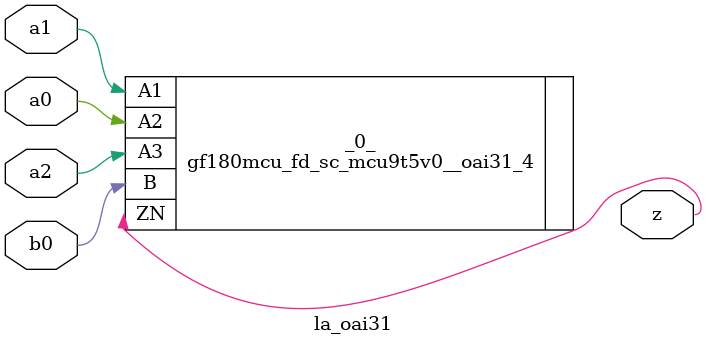
<source format=v>

/* Generated by Yosys 0.44 (git sha1 80ba43d26, g++ 11.4.0-1ubuntu1~22.04 -fPIC -O3) */

(* top =  1  *)
(* src = "generated" *)
(* keep_hierarchy *)
module la_oai31 (
    a0,
    a1,
    a2,
    b0,
    z
);
  (* src = "generated" *)
  input a0;
  wire a0;
  (* src = "generated" *)
  input a1;
  wire a1;
  (* src = "generated" *)
  input a2;
  wire a2;
  (* src = "generated" *)
  input b0;
  wire b0;
  (* src = "generated" *)
  output z;
  wire z;
  gf180mcu_fd_sc_mcu9t5v0__oai31_4 _0_ (
      .A1(a1),
      .A2(a0),
      .A3(a2),
      .B (b0),
      .ZN(z)
  );
endmodule

</source>
